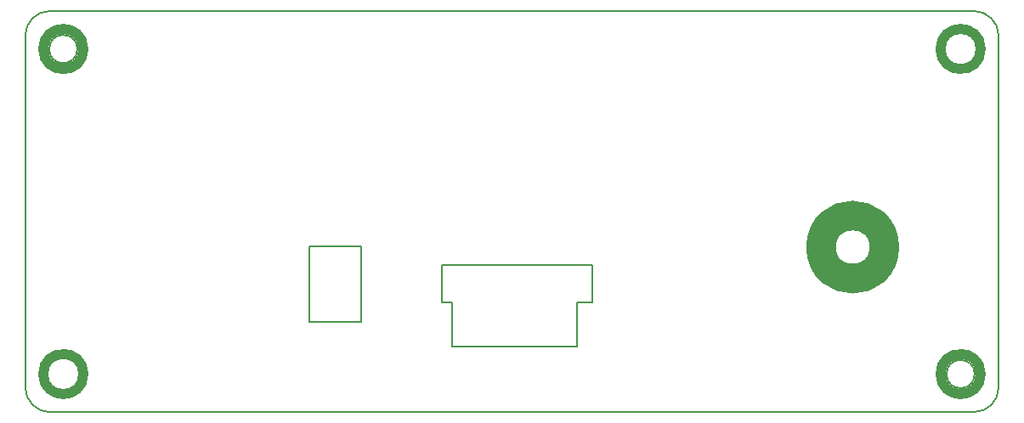
<source format=gbs>
G04 #@! TF.FileFunction,Soldermask,Bot*
%FSLAX46Y46*%
G04 Gerber Fmt 4.6, Leading zero omitted, Abs format (unit mm)*
G04 Created by KiCad (PCBNEW no-bzr-kicad_new3d-viewer) date 06/27/16 23:25:45*
%MOMM*%
%LPD*%
G01*
G04 APERTURE LIST*
%ADD10C,0.100000*%
%ADD11C,0.150000*%
%ADD12C,1.000000*%
%ADD13C,3.000000*%
G04 APERTURE END LIST*
D10*
D11*
X114911900Y-82160340D02*
X114911900Y-89760340D01*
X109711900Y-82160340D02*
X114911900Y-82160340D01*
X109711900Y-89760340D02*
X109711900Y-82160340D01*
X114911900Y-89760340D02*
X109711900Y-89760340D01*
X136411900Y-87760340D02*
X136411900Y-92160340D01*
X137911900Y-87760340D02*
X136411900Y-87760340D01*
X137911900Y-84060340D02*
X137911900Y-87760340D01*
X122911900Y-84060340D02*
X137911900Y-84060340D01*
X122911900Y-87760340D02*
X122911900Y-84060340D01*
X123911900Y-87760340D02*
X122911900Y-87760340D01*
X123911900Y-92160340D02*
X123911900Y-87760340D01*
X136411900Y-92160340D02*
X123911900Y-92160340D01*
D12*
X176608348Y-62529764D02*
G75*
G03X176608348Y-62529764I-2000000J0D01*
G01*
X176608348Y-94929764D02*
G75*
G03X176608348Y-94929764I-2000000J0D01*
G01*
X87208348Y-94929764D02*
G75*
G03X87208348Y-94929764I-2000000J0D01*
G01*
X87208348Y-62529764D02*
G75*
G03X87208348Y-62529764I-2000000J0D01*
G01*
D13*
X167005172Y-82279764D02*
G75*
G03X167005172Y-82279764I-3146824J0D01*
G01*
D11*
X86808348Y-94929764D02*
G75*
G03X86808348Y-94929764I-1600000J0D01*
G01*
X83908348Y-98729764D02*
G75*
G02X81408348Y-96229764I0J2500000D01*
G01*
X176008348Y-94929764D02*
G75*
G03X176008348Y-94929764I-1400000J0D01*
G01*
X178408348Y-96229764D02*
G75*
G02X175908348Y-98729764I-2500000J0D01*
G01*
X176208348Y-62529764D02*
G75*
G03X176208348Y-62529764I-1600000J0D01*
G01*
X175908348Y-58729764D02*
G75*
G02X178408348Y-61229764I0J-2500000D01*
G01*
X81408348Y-61229764D02*
G75*
G02X83908348Y-58729764I2500000J0D01*
G01*
X86608348Y-62529764D02*
G75*
G03X86608348Y-62529764I-1400000J0D01*
G01*
X81408348Y-61229764D02*
X81408348Y-96229764D01*
X178408348Y-96229764D02*
X178408348Y-61229764D01*
X175908348Y-98729764D02*
X83908348Y-98729764D01*
X175908348Y-58729764D02*
X83908348Y-58729764D01*
X166567437Y-83864326D02*
G75*
G02X166558348Y-80679764I-2709089J1584562D01*
G01*
X166558348Y-80679764D02*
X166558348Y-83879764D01*
M02*

</source>
